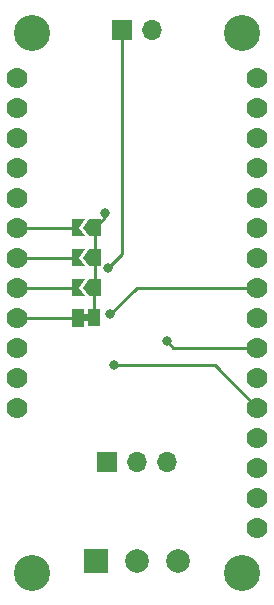
<source format=gbr>
G04 #@! TF.GenerationSoftware,KiCad,Pcbnew,5.1.7-a382d34a8~87~ubuntu18.04.1*
G04 #@! TF.CreationDate,2021-10-03T15:00:22-07:00*
G04 #@! TF.ProjectId,potentiostat_featherwing,706f7465-6e74-4696-9f73-7461745f6665,rev?*
G04 #@! TF.SameCoordinates,Original*
G04 #@! TF.FileFunction,Copper,L2,Bot*
G04 #@! TF.FilePolarity,Positive*
%FSLAX46Y46*%
G04 Gerber Fmt 4.6, Leading zero omitted, Abs format (unit mm)*
G04 Created by KiCad (PCBNEW 5.1.7-a382d34a8~87~ubuntu18.04.1) date 2021-10-03 15:00:22*
%MOMM*%
%LPD*%
G01*
G04 APERTURE LIST*
G04 #@! TA.AperFunction,ComponentPad*
%ADD10C,1.778000*%
G04 #@! TD*
G04 #@! TA.AperFunction,ComponentPad*
%ADD11C,3.048000*%
G04 #@! TD*
G04 #@! TA.AperFunction,WasherPad*
%ADD12C,3.048000*%
G04 #@! TD*
G04 #@! TA.AperFunction,ComponentPad*
%ADD13C,2.000000*%
G04 #@! TD*
G04 #@! TA.AperFunction,ComponentPad*
%ADD14R,2.000000X2.000000*%
G04 #@! TD*
G04 #@! TA.AperFunction,ComponentPad*
%ADD15R,1.700000X1.700000*%
G04 #@! TD*
G04 #@! TA.AperFunction,ComponentPad*
%ADD16O,1.700000X1.700000*%
G04 #@! TD*
G04 #@! TA.AperFunction,SMDPad,CuDef*
%ADD17C,0.100000*%
G04 #@! TD*
G04 #@! TA.AperFunction,SMDPad,CuDef*
%ADD18R,1.000000X1.500000*%
G04 #@! TD*
G04 #@! TA.AperFunction,ViaPad*
%ADD19C,0.800000*%
G04 #@! TD*
G04 #@! TA.AperFunction,Conductor*
%ADD20C,0.250000*%
G04 #@! TD*
G04 APERTURE END LIST*
D10*
X60960000Y-31750000D03*
X60960000Y-34290000D03*
X60960000Y-36830000D03*
X60960000Y-39370000D03*
X60960000Y-41910000D03*
X60960000Y-44450000D03*
X60960000Y-46990000D03*
X60960000Y-49530000D03*
X60960000Y-52070000D03*
X60960000Y-54610000D03*
X60960000Y-57150000D03*
X60960000Y-59690000D03*
X60960000Y-62230000D03*
X60960000Y-64770000D03*
X60960000Y-67310000D03*
X60960000Y-69850000D03*
X40640000Y-59690000D03*
X40640000Y-57150000D03*
X40640000Y-54610000D03*
X40640000Y-52070000D03*
X40640000Y-49530000D03*
X40640000Y-46990000D03*
X40640000Y-44450000D03*
X40640000Y-41910000D03*
X40640000Y-39370000D03*
X40640000Y-36830000D03*
X40640000Y-34290000D03*
X40640000Y-31750000D03*
D11*
X41910000Y-73660000D03*
X59690000Y-73660000D03*
D12*
X59690000Y-27940000D03*
X41910000Y-27940000D03*
D13*
X50800000Y-72644000D03*
D14*
X47299880Y-72644000D03*
D13*
X54300120Y-72644000D03*
D15*
X48260000Y-64262000D03*
D16*
X50800000Y-64262000D03*
X53340000Y-64262000D03*
D15*
X49530000Y-27686000D03*
D16*
X52070000Y-27686000D03*
G04 #@! TA.AperFunction,SMDPad,CuDef*
D17*
G36*
X46632000Y-52370000D02*
G01*
X46232000Y-52370000D01*
X46232000Y-51770000D01*
X46632000Y-51770000D01*
X46632000Y-51320000D01*
X47632000Y-51320000D01*
X47632000Y-52820000D01*
X46632000Y-52820000D01*
X46632000Y-52370000D01*
G37*
G04 #@! TD.AperFunction*
D18*
X45832000Y-52070000D03*
G04 #@! TA.AperFunction,SMDPad,CuDef*
D17*
G36*
X46207000Y-49530000D02*
G01*
X46707000Y-48780000D01*
X47707000Y-48780000D01*
X47707000Y-50280000D01*
X46707000Y-50280000D01*
X46207000Y-49530000D01*
G37*
G04 #@! TD.AperFunction*
G04 #@! TA.AperFunction,SMDPad,CuDef*
G36*
X45257000Y-48780000D02*
G01*
X46407000Y-48780000D01*
X45907000Y-49530000D01*
X46407000Y-50280000D01*
X45257000Y-50280000D01*
X45257000Y-48780000D01*
G37*
G04 #@! TD.AperFunction*
G04 #@! TA.AperFunction,SMDPad,CuDef*
G36*
X45257000Y-46240000D02*
G01*
X46407000Y-46240000D01*
X45907000Y-46990000D01*
X46407000Y-47740000D01*
X45257000Y-47740000D01*
X45257000Y-46240000D01*
G37*
G04 #@! TD.AperFunction*
G04 #@! TA.AperFunction,SMDPad,CuDef*
G36*
X46207000Y-46990000D02*
G01*
X46707000Y-46240000D01*
X47707000Y-46240000D01*
X47707000Y-47740000D01*
X46707000Y-47740000D01*
X46207000Y-46990000D01*
G37*
G04 #@! TD.AperFunction*
G04 #@! TA.AperFunction,SMDPad,CuDef*
G36*
X45257000Y-43700000D02*
G01*
X46407000Y-43700000D01*
X45907000Y-44450000D01*
X46407000Y-45200000D01*
X45257000Y-45200000D01*
X45257000Y-43700000D01*
G37*
G04 #@! TD.AperFunction*
G04 #@! TA.AperFunction,SMDPad,CuDef*
G36*
X46207000Y-44450000D02*
G01*
X46707000Y-43700000D01*
X47707000Y-43700000D01*
X47707000Y-45200000D01*
X46707000Y-45200000D01*
X46207000Y-44450000D01*
G37*
G04 #@! TD.AperFunction*
D19*
X48330700Y-47849600D03*
X53305300Y-54082700D03*
X48835700Y-56103700D03*
X48513300Y-51803700D03*
X48123700Y-43237900D03*
D20*
X49530000Y-27686000D02*
X49530000Y-46650300D01*
X49530000Y-46650300D02*
X48330700Y-47849600D01*
X60960000Y-54610000D02*
X53832600Y-54610000D01*
X53832600Y-54610000D02*
X53305300Y-54082700D01*
X48835700Y-56103700D02*
X57373700Y-56103700D01*
X57373700Y-56103700D02*
X60960000Y-59690000D01*
X48513300Y-51803700D02*
X50787000Y-49530000D01*
X50787000Y-49530000D02*
X60960000Y-49530000D01*
X47207000Y-49530000D02*
X47132000Y-49605000D01*
X47132000Y-49605000D02*
X47132000Y-52070000D01*
X47207000Y-46990000D02*
X47207000Y-49530000D01*
X47207000Y-44450000D02*
X47207000Y-46990000D01*
X48123700Y-43237900D02*
X48123700Y-43533300D01*
X48123700Y-43533300D02*
X47207000Y-44450000D01*
X45832000Y-52070000D02*
X40640000Y-52070000D01*
X45757000Y-49530000D02*
X40640000Y-49530000D01*
X45757000Y-46990000D02*
X40640000Y-46990000D01*
X45757000Y-44450000D02*
X40640000Y-44450000D01*
M02*

</source>
